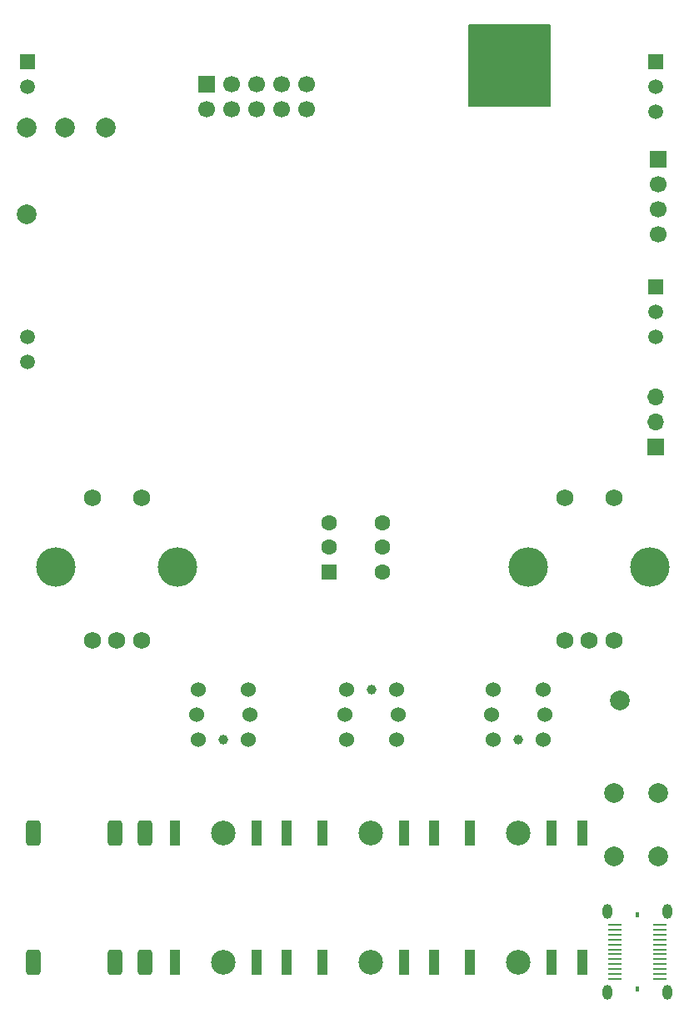
<source format=gbr>
%TF.GenerationSoftware,KiCad,Pcbnew,8.0.8*%
%TF.CreationDate,2025-04-07T18:18:03+01:00*%
%TF.ProjectId,oscar_components,6f736361-725f-4636-9f6d-706f6e656e74,rev?*%
%TF.SameCoordinates,Original*%
%TF.FileFunction,Soldermask,Top*%
%TF.FilePolarity,Negative*%
%FSLAX46Y46*%
G04 Gerber Fmt 4.6, Leading zero omitted, Abs format (unit mm)*
G04 Created by KiCad (PCBNEW 8.0.8) date 2025-04-07 18:18:03*
%MOMM*%
%LPD*%
G01*
G04 APERTURE LIST*
G04 Aperture macros list*
%AMRoundRect*
0 Rectangle with rounded corners*
0 $1 Rounding radius*
0 $2 $3 $4 $5 $6 $7 $8 $9 X,Y pos of 4 corners*
0 Add a 4 corners polygon primitive as box body*
4,1,4,$2,$3,$4,$5,$6,$7,$8,$9,$2,$3,0*
0 Add four circle primitives for the rounded corners*
1,1,$1+$1,$2,$3*
1,1,$1+$1,$4,$5*
1,1,$1+$1,$6,$7*
1,1,$1+$1,$8,$9*
0 Add four rect primitives between the rounded corners*
20,1,$1+$1,$2,$3,$4,$5,0*
20,1,$1+$1,$4,$5,$6,$7,0*
20,1,$1+$1,$6,$7,$8,$9,0*
20,1,$1+$1,$8,$9,$2,$3,0*%
G04 Aperture macros list end*
%ADD10C,0.200000*%
%ADD11C,2.500000*%
%ADD12R,1.000000X2.500000*%
%ADD13C,1.750000*%
%ADD14O,4.000000X4.000000*%
%ADD15R,1.500000X1.500000*%
%ADD16C,1.500000*%
%ADD17RoundRect,0.375000X0.375000X-0.925000X0.375000X0.925000X-0.375000X0.925000X-0.375000X-0.925000X0*%
%ADD18C,2.000000*%
%ADD19C,1.000000*%
%ADD20C,1.524000*%
%ADD21O,0.400000X0.600000*%
%ADD22R,1.400000X0.270000*%
%ADD23O,1.000000X1.500000*%
%ADD24R,1.600000X1.600000*%
%ADD25C,1.600000*%
%ADD26R,1.700000X1.700000*%
%ADD27C,1.700000*%
%ADD28O,1.700000X1.700000*%
G04 APERTURE END LIST*
D10*
X147000000Y-50000000D02*
X155200000Y-50000000D01*
X155200000Y-58200000D01*
X147000000Y-58200000D01*
X147000000Y-50000000D01*
G36*
X147000000Y-50000000D02*
G01*
X155200000Y-50000000D01*
X155200000Y-58200000D01*
X147000000Y-58200000D01*
X147000000Y-50000000D01*
G37*
D11*
%TO.C,J4*%
X122000000Y-132000000D03*
D12*
X128480000Y-132000000D03*
X125380000Y-132000000D03*
X117080000Y-132000000D03*
%TD*%
D11*
%TO.C,J5*%
X137000000Y-132000000D03*
D12*
X143480000Y-132000000D03*
X140380000Y-132000000D03*
X132080000Y-132000000D03*
%TD*%
D11*
%TO.C,J7*%
X122000000Y-145200000D03*
D12*
X128480000Y-145200000D03*
X125380000Y-145200000D03*
X117080000Y-145200000D03*
%TD*%
D11*
%TO.C,J8*%
X137000000Y-145200000D03*
D12*
X143480000Y-145200000D03*
X140380000Y-145200000D03*
X132080000Y-145200000D03*
%TD*%
D11*
%TO.C,J6*%
X152000000Y-145200000D03*
D12*
X158480000Y-145200000D03*
X155380000Y-145200000D03*
X147080000Y-145200000D03*
%TD*%
D13*
%TO.C,SW4*%
X156700000Y-112500000D03*
X161700000Y-112500000D03*
X159200000Y-112500000D03*
X156700000Y-98000000D03*
X161700000Y-98000000D03*
D14*
X153000000Y-105000000D03*
X165400000Y-105000000D03*
%TD*%
D13*
%TO.C,SW3*%
X108700000Y-112500000D03*
X113700000Y-112500000D03*
X111200000Y-112500000D03*
X108700000Y-98000000D03*
X113700000Y-98000000D03*
D14*
X105000000Y-105000000D03*
X117400000Y-105000000D03*
%TD*%
D15*
%TO.C,U2*%
X166000000Y-53700000D03*
D16*
X166000000Y-56240000D03*
X166000000Y-58780000D03*
D15*
X166000000Y-76600000D03*
D16*
X166000000Y-79140000D03*
X166000000Y-81680000D03*
D15*
X102100000Y-53700000D03*
D16*
X102100000Y-56240000D03*
X102100000Y-81700000D03*
X102100000Y-84240000D03*
%TD*%
D11*
%TO.C,J3*%
X152000000Y-132000000D03*
D12*
X158480000Y-132000000D03*
X155380000Y-132000000D03*
X147080000Y-132000000D03*
%TD*%
D17*
%TO.C,J9*%
X110980000Y-132000000D03*
X114080000Y-132000000D03*
X102680000Y-132000000D03*
%TD*%
D18*
%TO.C,SW1*%
X166250000Y-127950000D03*
X166250000Y-134450000D03*
X161750000Y-127950000D03*
X161750000Y-134450000D03*
%TD*%
D19*
%TO.C,BTN2*%
X137100000Y-117460000D03*
D20*
X134560000Y-122540000D03*
X139640000Y-122540000D03*
X134560000Y-117460000D03*
X139640000Y-117460000D03*
X134400000Y-120000000D03*
X139800000Y-120000000D03*
%TD*%
D19*
%TO.C,BTN3*%
X152000000Y-122540000D03*
D20*
X154540000Y-117460000D03*
X149460000Y-117460000D03*
X154540000Y-122540000D03*
X149460000Y-122540000D03*
X154700000Y-120000000D03*
X149300000Y-120000000D03*
%TD*%
D18*
%TO.C,TP2*%
X110100000Y-60400000D03*
%TD*%
%TO.C,TP1*%
X105900000Y-60400000D03*
%TD*%
D19*
%TO.C,BTN1*%
X122000000Y-122540000D03*
D20*
X124540000Y-117460000D03*
X119460000Y-117460000D03*
X124540000Y-122540000D03*
X119460000Y-122540000D03*
X124700000Y-120000000D03*
X119300000Y-120000000D03*
%TD*%
D18*
%TO.C,TP4*%
X102000000Y-69200000D03*
%TD*%
%TO.C,TP3*%
X162300000Y-118600000D03*
%TD*%
%TO.C,TP5*%
X102000000Y-60400000D03*
%TD*%
D21*
%TO.C,J11*%
X164100000Y-140325000D03*
X164100000Y-147875000D03*
D22*
X166400000Y-141350000D03*
X166400000Y-141850000D03*
X166400000Y-142350000D03*
X166400000Y-142850000D03*
X166400000Y-143350000D03*
X166400000Y-143850000D03*
X166400000Y-144350000D03*
X166400000Y-144850000D03*
X166400000Y-145350000D03*
X166400000Y-145850000D03*
X166400000Y-146350000D03*
X166400000Y-146850000D03*
X161800000Y-146850000D03*
X161800000Y-146350000D03*
X161800000Y-145850000D03*
X161800000Y-145350000D03*
X161800000Y-144850000D03*
X161800000Y-144350000D03*
X161800000Y-143850000D03*
X161800000Y-143350000D03*
X161800000Y-142850000D03*
X161800000Y-142350000D03*
X161800000Y-141850000D03*
X161800000Y-141350000D03*
D23*
X167170000Y-140000000D03*
X161030000Y-140000000D03*
X167170000Y-148200000D03*
X161030000Y-148200000D03*
%TD*%
D17*
%TO.C,J10*%
X110980000Y-145200000D03*
X114080000Y-145200000D03*
X102680000Y-145200000D03*
%TD*%
D24*
%TO.C,SW2*%
X132800000Y-105500000D03*
D25*
X132800000Y-103000000D03*
X132800000Y-100500000D03*
X138200000Y-105500000D03*
X138200000Y-103000000D03*
X138200000Y-100500000D03*
%TD*%
D26*
%TO.C,J1*%
X166200000Y-63600000D03*
D27*
X166200000Y-66140000D03*
X166200000Y-68680000D03*
X166200000Y-71220000D03*
%TD*%
D26*
%TO.C,J2*%
X120300000Y-56025000D03*
D27*
X120300000Y-58565000D03*
X122840000Y-56025000D03*
X122840000Y-58565000D03*
X125380000Y-56025000D03*
X125380000Y-58565000D03*
X127920000Y-56025000D03*
X127920000Y-58565000D03*
X130460000Y-56025000D03*
X130460000Y-58565000D03*
%TD*%
D26*
%TO.C,J12*%
X166000000Y-92825000D03*
D28*
X166000000Y-90285000D03*
X166000000Y-87745000D03*
%TD*%
M02*

</source>
